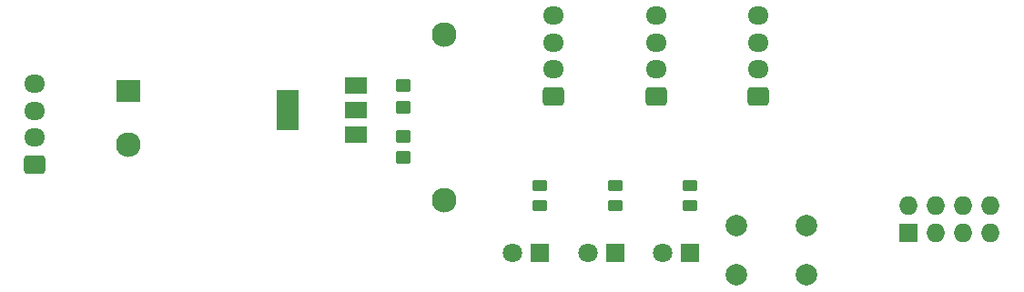
<source format=gbr>
%TF.GenerationSoftware,KiCad,Pcbnew,8.0.7*%
%TF.CreationDate,2025-01-26T18:01:06+01:00*%
%TF.ProjectId,ESP_PZEM004V3,4553505f-505a-4454-9d30-303456332e6b,rev?*%
%TF.SameCoordinates,Original*%
%TF.FileFunction,Soldermask,Bot*%
%TF.FilePolarity,Negative*%
%FSLAX46Y46*%
G04 Gerber Fmt 4.6, Leading zero omitted, Abs format (unit mm)*
G04 Created by KiCad (PCBNEW 8.0.7) date 2025-01-26 18:01:06*
%MOMM*%
%LPD*%
G01*
G04 APERTURE LIST*
G04 Aperture macros list*
%AMRoundRect*
0 Rectangle with rounded corners*
0 $1 Rounding radius*
0 $2 $3 $4 $5 $6 $7 $8 $9 X,Y pos of 4 corners*
0 Add a 4 corners polygon primitive as box body*
4,1,4,$2,$3,$4,$5,$6,$7,$8,$9,$2,$3,0*
0 Add four circle primitives for the rounded corners*
1,1,$1+$1,$2,$3*
1,1,$1+$1,$4,$5*
1,1,$1+$1,$6,$7*
1,1,$1+$1,$8,$9*
0 Add four rect primitives between the rounded corners*
20,1,$1+$1,$2,$3,$4,$5,0*
20,1,$1+$1,$4,$5,$6,$7,0*
20,1,$1+$1,$6,$7,$8,$9,0*
20,1,$1+$1,$8,$9,$2,$3,0*%
G04 Aperture macros list end*
%ADD10RoundRect,0.250000X0.725000X-0.600000X0.725000X0.600000X-0.725000X0.600000X-0.725000X-0.600000X0*%
%ADD11O,1.950000X1.700000*%
%ADD12R,1.727200X1.727200*%
%ADD13O,1.727200X1.727200*%
%ADD14R,2.300000X2.000000*%
%ADD15C,2.300000*%
%ADD16RoundRect,0.250000X0.450000X-0.350000X0.450000X0.350000X-0.450000X0.350000X-0.450000X-0.350000X0*%
%ADD17RoundRect,0.250000X-0.450000X0.350000X-0.450000X-0.350000X0.450000X-0.350000X0.450000X0.350000X0*%
%ADD18R,2.000000X1.500000*%
%ADD19R,2.000000X3.800000*%
%ADD20RoundRect,0.250000X-0.450000X0.262500X-0.450000X-0.262500X0.450000X-0.262500X0.450000X0.262500X0*%
%ADD21C,2.000000*%
%ADD22R,1.800000X1.800000*%
%ADD23C,1.800000*%
G04 APERTURE END LIST*
D10*
%TO.C,J1*%
X147955000Y-94615000D03*
D11*
X147955000Y-92115000D03*
X147955000Y-89615000D03*
X147955000Y-87115000D03*
%TD*%
D10*
%TO.C,J2*%
X157480000Y-94615000D03*
D11*
X157480000Y-92115000D03*
X157480000Y-89615000D03*
X157480000Y-87115000D03*
%TD*%
D10*
%TO.C,J3*%
X167005000Y-94635000D03*
D11*
X167005000Y-92135000D03*
X167005000Y-89635000D03*
X167005000Y-87135000D03*
%TD*%
D10*
%TO.C,J4*%
X99695000Y-100985000D03*
D11*
X99695000Y-98485000D03*
X99695000Y-95985000D03*
X99695000Y-93485000D03*
%TD*%
D12*
%TO.C,U2*%
X180975000Y-107335000D03*
D13*
X180975000Y-104795000D03*
X183515000Y-107335000D03*
X183515000Y-104795000D03*
X186055000Y-107335000D03*
X186055000Y-104795000D03*
X188595000Y-107335000D03*
X188595000Y-104795000D03*
%TD*%
D14*
%TO.C,PS1*%
X108395000Y-94120000D03*
D15*
X108395000Y-99120000D03*
X137795000Y-88920000D03*
X137795000Y-104320000D03*
%TD*%
D16*
%TO.C,C2*%
X133985000Y-95635000D03*
X133985000Y-93635000D03*
%TD*%
D17*
%TO.C,C1*%
X133985000Y-98350000D03*
X133985000Y-100350000D03*
%TD*%
D18*
%TO.C,U1*%
X129540000Y-93605000D03*
X129540000Y-95905000D03*
D19*
X123240000Y-95905000D03*
D18*
X129540000Y-98205000D03*
%TD*%
D20*
%TO.C,R3*%
X160655000Y-102970000D03*
X160655000Y-104795000D03*
%TD*%
%TO.C,R1*%
X146685000Y-102970000D03*
X146685000Y-104795000D03*
%TD*%
D21*
%TO.C,SW1*%
X171450000Y-106700000D03*
X164950000Y-106700000D03*
X171450000Y-111200000D03*
X164950000Y-111200000D03*
%TD*%
D22*
%TO.C,D3*%
X160655000Y-109240000D03*
D23*
X158115000Y-109240000D03*
%TD*%
D22*
%TO.C,D1*%
X146685000Y-109240000D03*
D23*
X144145000Y-109240000D03*
%TD*%
D22*
%TO.C,D2*%
X153670000Y-109240000D03*
D23*
X151130000Y-109240000D03*
%TD*%
D20*
%TO.C,R2*%
X153670000Y-102970000D03*
X153670000Y-104795000D03*
%TD*%
M02*

</source>
